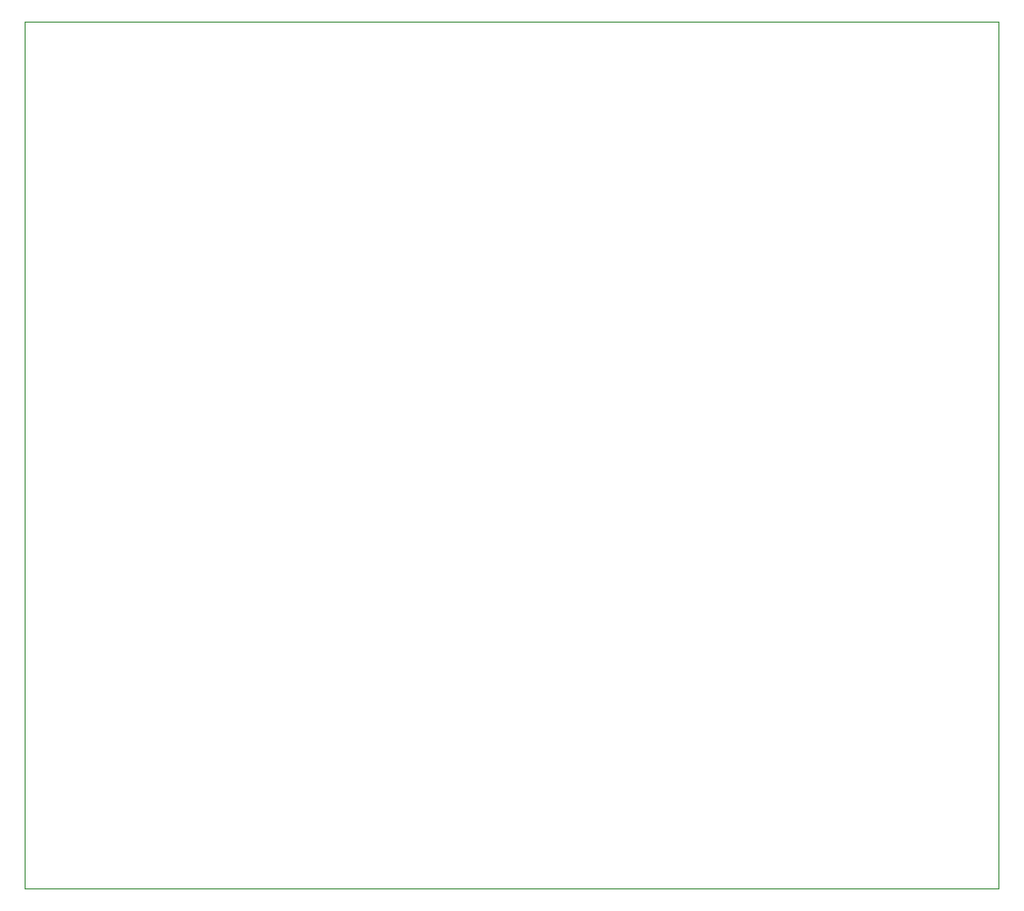
<source format=gbr>
%TF.GenerationSoftware,KiCad,Pcbnew,(5.1.6)-1*%
%TF.CreationDate,2021-03-04T10:09:37+01:00*%
%TF.ProjectId,BukaerakoErronkaV1,42756b61-6572-4616-9b6f-4572726f6e6b,rev?*%
%TF.SameCoordinates,Original*%
%TF.FileFunction,Profile,NP*%
%FSLAX46Y46*%
G04 Gerber Fmt 4.6, Leading zero omitted, Abs format (unit mm)*
G04 Created by KiCad (PCBNEW (5.1.6)-1) date 2021-03-04 10:09:37*
%MOMM*%
%LPD*%
G01*
G04 APERTURE LIST*
%TA.AperFunction,Profile*%
%ADD10C,0.100000*%
%TD*%
G04 APERTURE END LIST*
D10*
X160020000Y-74930000D02*
X160020000Y-149606000D01*
X76200000Y-74930000D02*
X160020000Y-74930000D01*
X76200000Y-149606000D02*
X76200000Y-74930000D01*
X160020000Y-149606000D02*
X76200000Y-149606000D01*
M02*

</source>
